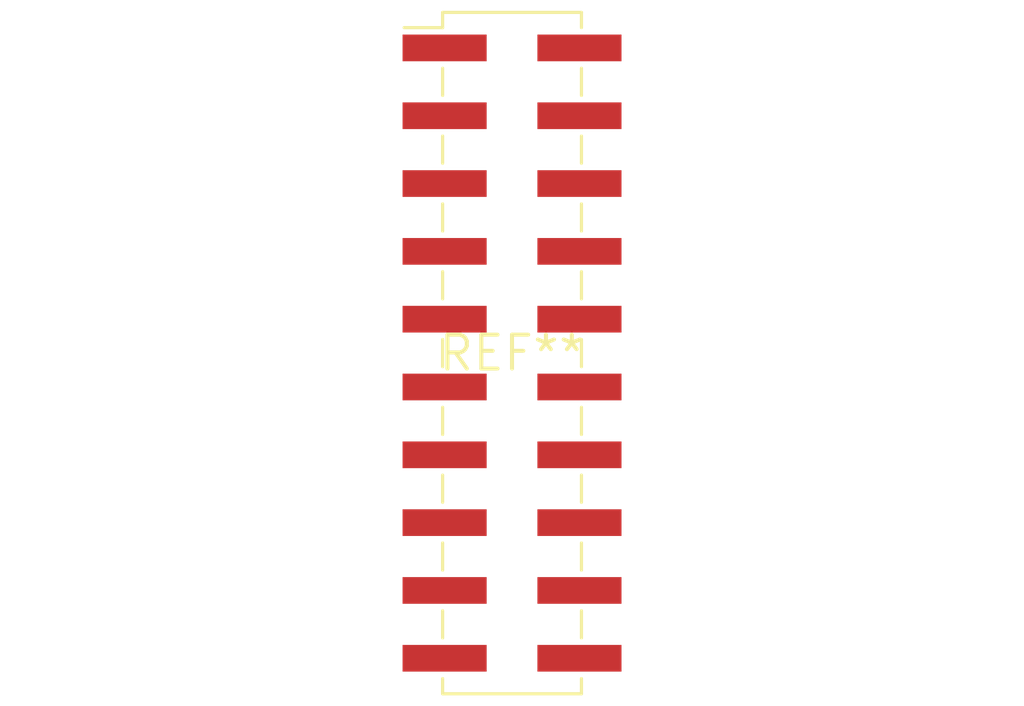
<source format=kicad_pcb>
(kicad_pcb (version 20240108) (generator pcbnew)
  (layers (0 "F.Cu" signal) (31 "B.Cu" signal) (34 "B.Paste" user) (35 "F.Paste" user) (36 "B.SilkS" user "B.Silkscreen") (37 "F.SilkS" user "F.Silkscreen") (38 "B.Mask" user) (39 "F.Mask" user) (44 "Edge.Cuts" user))
  (net 0 "")
  (footprint "PinHeader_2x10_P2.54mm_Vertical_SMD" (layer "F.Cu") (at 0 0)
    (property "Reference" "REF**")
    (property "Value" "PinHeader_2x10_P2.54mm_Vertical_SMD")
    (fp_line (start -4.04 -12.19) (end -2.6 -12.19) (layer "F.SilkS") (stroke (width 0.12)))
    (fp_line (start -2.6 -12.76) (end -2.6 -12.19) (layer "F.SilkS") (stroke (width 0.12)))
    (fp_line (start -2.6 -12.76) (end 2.6 -12.76) (layer "F.SilkS") (stroke (width 0.12)))
    (fp_line (start -2.6 -10.67) (end -2.6 -9.65) (layer "F.SilkS") (stroke (width 0.12)))
    (fp_line (start -2.6 -8.13) (end -2.6 -7.11) (layer "F.SilkS") (stroke (width 0.12)))
    (fp_line (start -2.6 -5.59) (end -2.6 -4.57) (layer "F.SilkS") (stroke (width 0.12)))
    (fp_line (start -2.6 -3.05) (end -2.6 -2.03) (layer "F.SilkS") (stroke (width 0.12)))
    (fp_line (start -2.6 -0.51) (end -2.6 0.51) (layer "F.SilkS") (stroke (width 0.12)))
    (fp_line (start -2.6 2.03) (end -2.6 3.05) (layer "F.SilkS") (stroke (width 0.12)))
    (fp_line (start -2.6 4.57) (end -2.6 5.59) (layer "F.SilkS") (stroke (width 0.12)))
    (fp_line (start -2.6 7.11) (end -2.6 8.13) (layer "F.SilkS") (stroke (width 0.12)))
    (fp_line (start -2.6 9.65) (end -2.6 10.67) (layer "F.SilkS") (stroke (width 0.12)))
    (fp_line (start -2.6 12.19) (end -2.6 12.76) (layer "F.SilkS") (stroke (width 0.12)))
    (fp_line (start -2.6 12.76) (end 2.6 12.76) (layer "F.SilkS") (stroke (width 0.12)))
    (fp_line (start 2.6 -12.76) (end 2.6 -12.19) (layer "F.SilkS") (stroke (width 0.12)))
    (fp_line (start 2.6 -10.67) (end 2.6 -9.65) (layer "F.SilkS") (stroke (width 0.12)))
    (fp_line (start 2.6 -8.13) (end 2.6 -7.11) (layer "F.SilkS") (stroke (width 0.12)))
    (fp_line (start 2.6 -5.59) (end 2.6 -4.57) (layer "F.SilkS") (stroke (width 0.12)))
    (fp_line (start 2.6 -3.05) (end 2.6 -2.03) (layer "F.SilkS") (stroke (width 0.12)))
    (fp_line (start 2.6 -0.51) (end 2.6 0.51) (layer "F.SilkS") (stroke (width 0.12)))
    (fp_line (start 2.6 2.03) (end 2.6 3.05) (layer "F.SilkS") (stroke (width 0.12)))
    (fp_line (start 2.6 4.57) (end 2.6 5.59) (layer "F.SilkS") (stroke (width 0.12)))
    (fp_line (start 2.6 7.11) (end 2.6 8.13) (layer "F.SilkS") (stroke (width 0.12)))
    (fp_line (start 2.6 9.65) (end 2.6 10.67) (layer "F.SilkS") (stroke (width 0.12)))
    (fp_line (start 2.6 12.19) (end 2.6 12.76) (layer "F.SilkS") (stroke (width 0.12)))
    (pad "1" smd rect (at -2.525 -11.43) (size 3.15 1) (layers "F.Cu" "F.Paste" "F.Mask"))
    (pad "2" smd rect (at 2.525 -11.43) (size 3.15 1) (layers "F.Cu" "F.Paste" "F.Mask"))
    (pad "3" smd rect (at -2.525 -8.89) (size 3.15 1) (layers "F.Cu" "F.Paste" "F.Mask"))
    (pad "4" smd rect (at 2.525 -8.89) (size 3.15 1) (layers "F.Cu" "F.Paste" "F.Mask"))
    (pad "5" smd rect (at -2.525 -6.35) (size 3.15 1) (layers "F.Cu" "F.Paste" "F.Mask"))
    (pad "6" smd rect (at 2.525 -6.35) (size 3.15 1) (layers "F.Cu" "F.Paste" "F.Mask"))
    (pad "7" smd rect (at -2.525 -3.81) (size 3.15 1) (layers "F.Cu" "F.Paste" "F.Mask"))
    (pad "8" smd rect (at 2.525 -3.81) (size 3.15 1) (layers "F.Cu" "F.Paste" "F.Mask"))
    (pad "9" smd rect (at -2.525 -1.27) (size 3.15 1) (layers "F.Cu" "F.Paste" "F.Mask"))
    (pad "10" smd rect (at 2.525 -1.27) (size 3.15 1) (layers "F.Cu" "F.Paste" "F.Mask"))
    (pad "11" smd rect (at -2.525 1.27) (size 3.15 1) (layers "F.Cu" "F.Paste" "F.Mask"))
    (pad "12" smd rect (at 2.525 1.27) (size 3.15 1) (layers "F.Cu" "F.Paste" "F.Mask"))
    (pad "13" smd rect (at -2.525 3.81) (size 3.15 1) (layers "F.Cu" "F.Paste" "F.Mask"))
    (pad "14" smd rect (at 2.525 3.81) (size 3.15 1) (layers "F.Cu" "F.Paste" "F.Mask"))
    (pad "15" smd rect (at -2.525 6.35) (size 3.15 1) (layers "F.Cu" "F.Paste" "F.Mask"))
    (pad "16" smd rect (at 2.525 6.35) (size 3.15 1) (layers "F.Cu" "F.Paste" "F.Mask"))
    (pad "17" smd rect (at -2.525 8.89) (size 3.15 1) (layers "F.Cu" "F.Paste" "F.Mask"))
    (pad "18" smd rect (at 2.525 8.89) (size 3.15 1) (layers "F.Cu" "F.Paste" "F.Mask"))
    (pad "19" smd rect (at -2.525 11.43) (size 3.15 1) (layers "F.Cu" "F.Paste" "F.Mask"))
    (pad "20" smd rect (at 2.525 11.43) (size 3.15 1) (layers "F.Cu" "F.Paste" "F.Mask"))
  )
)
</source>
